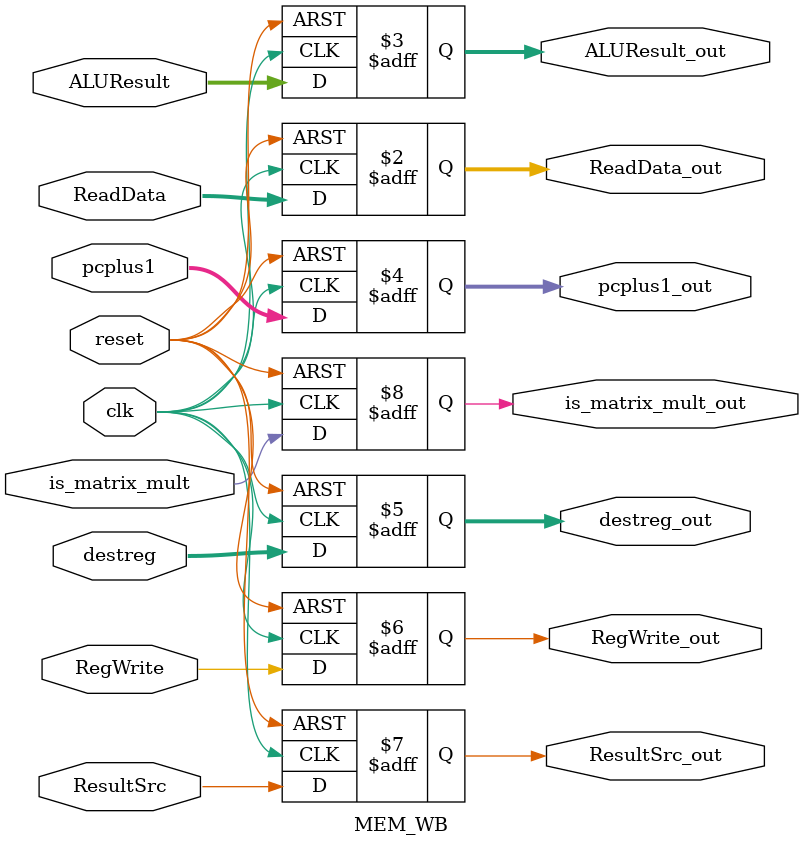
<source format=v>
`timescale 1ns / 1ps

//MEM and WB
module MEM_WB(
  input [7:0] ReadData, ALUResult, pcplus1,
  input [2:0] destreg,
  input RegWrite, ResultSrc,is_matrix_mult,
  output reg [7:0] ReadData_out, ALUResult_out, pcplus1_out,
  output reg [2:0] destreg_out,
  output reg RegWrite_out, ResultSrc_out,
  output reg is_matrix_mult_out,
  input clk, input reset
);

  always @(posedge clk or posedge reset) begin
    if (reset) begin
      ReadData_out <= 0; ALUResult_out <= 0; pcplus1_out <= 0;
      destreg_out <= 0; RegWrite_out <= 0; ResultSrc_out <= 0;
      is_matrix_mult_out <= 0;
    end else begin
      ReadData_out <= ReadData; ALUResult_out <= ALUResult; pcplus1_out <= pcplus1;
      destreg_out <= destreg;
      RegWrite_out <= RegWrite; ResultSrc_out <= ResultSrc;
      is_matrix_mult_out <= is_matrix_mult;
    end
  end
endmodule

</source>
